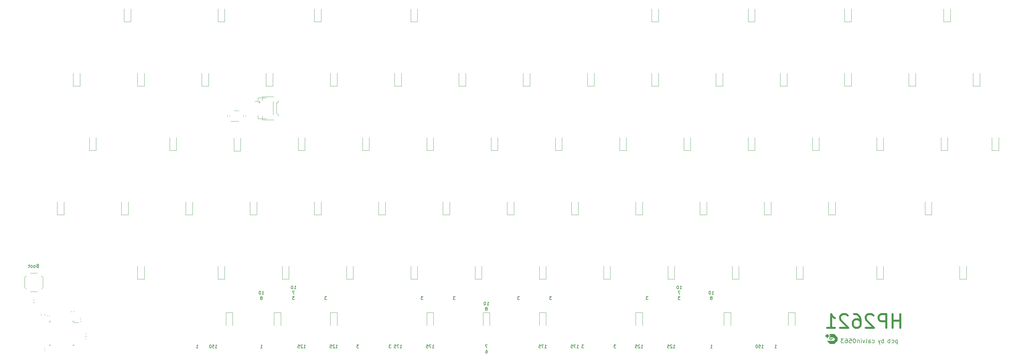
<source format=gbr>
%TF.GenerationSoftware,KiCad,Pcbnew,(7.0.0)*%
%TF.CreationDate,2024-01-29T21:47:07+01:00*%
%TF.ProjectId,HP2621,48503236-3231-42e6-9b69-6361645f7063,rev?*%
%TF.SameCoordinates,Original*%
%TF.FileFunction,Legend,Bot*%
%TF.FilePolarity,Positive*%
%FSLAX46Y46*%
G04 Gerber Fmt 4.6, Leading zero omitted, Abs format (unit mm)*
G04 Created by KiCad (PCBNEW (7.0.0)) date 2024-01-29 21:47:07*
%MOMM*%
%LPD*%
G01*
G04 APERTURE LIST*
%ADD10C,0.150000*%
%ADD11C,0.600000*%
%ADD12C,0.120000*%
G04 APERTURE END LIST*
D10*
X159843749Y-108968142D02*
X159286606Y-108968142D01*
X159286606Y-108968142D02*
X159586606Y-109311000D01*
X159586606Y-109311000D02*
X159458035Y-109311000D01*
X159458035Y-109311000D02*
X159372321Y-109353857D01*
X159372321Y-109353857D02*
X159329463Y-109396714D01*
X159329463Y-109396714D02*
X159286606Y-109482428D01*
X159286606Y-109482428D02*
X159286606Y-109696714D01*
X159286606Y-109696714D02*
X159329463Y-109782428D01*
X159329463Y-109782428D02*
X159372321Y-109825285D01*
X159372321Y-109825285D02*
X159458035Y-109868142D01*
X159458035Y-109868142D02*
X159715178Y-109868142D01*
X159715178Y-109868142D02*
X159800892Y-109825285D01*
X159800892Y-109825285D02*
X159843749Y-109782428D01*
X124424999Y-124155642D02*
X124939285Y-124155642D01*
X124682142Y-124155642D02*
X124682142Y-123255642D01*
X124682142Y-123255642D02*
X124767856Y-123384214D01*
X124767856Y-123384214D02*
X124853571Y-123469928D01*
X124853571Y-123469928D02*
X124939285Y-123512785D01*
X124124999Y-123255642D02*
X123524999Y-123255642D01*
X123524999Y-123255642D02*
X123910713Y-124155642D01*
X122753570Y-123255642D02*
X123182142Y-123255642D01*
X123182142Y-123255642D02*
X123224999Y-123684214D01*
X123224999Y-123684214D02*
X123182142Y-123641357D01*
X123182142Y-123641357D02*
X123096428Y-123598500D01*
X123096428Y-123598500D02*
X122882142Y-123598500D01*
X122882142Y-123598500D02*
X122796428Y-123641357D01*
X122796428Y-123641357D02*
X122753570Y-123684214D01*
X122753570Y-123684214D02*
X122710713Y-123769928D01*
X122710713Y-123769928D02*
X122710713Y-123984214D01*
X122710713Y-123984214D02*
X122753570Y-124069928D01*
X122753570Y-124069928D02*
X122796428Y-124112785D01*
X122796428Y-124112785D02*
X122882142Y-124155642D01*
X122882142Y-124155642D02*
X123096428Y-124155642D01*
X123096428Y-124155642D02*
X123182142Y-124112785D01*
X123182142Y-124112785D02*
X123224999Y-124069928D01*
X235486606Y-124155642D02*
X236000892Y-124155642D01*
X235743749Y-124155642D02*
X235743749Y-123255642D01*
X235743749Y-123255642D02*
X235829463Y-123384214D01*
X235829463Y-123384214D02*
X235915178Y-123469928D01*
X235915178Y-123469928D02*
X236000892Y-123512785D01*
X271834522Y-121863392D02*
X271834522Y-123113392D01*
X271834522Y-121922916D02*
X271715475Y-121863392D01*
X271715475Y-121863392D02*
X271477380Y-121863392D01*
X271477380Y-121863392D02*
X271358332Y-121922916D01*
X271358332Y-121922916D02*
X271298808Y-121982440D01*
X271298808Y-121982440D02*
X271239284Y-122101488D01*
X271239284Y-122101488D02*
X271239284Y-122458630D01*
X271239284Y-122458630D02*
X271298808Y-122577678D01*
X271298808Y-122577678D02*
X271358332Y-122637202D01*
X271358332Y-122637202D02*
X271477380Y-122696726D01*
X271477380Y-122696726D02*
X271715475Y-122696726D01*
X271715475Y-122696726D02*
X271834522Y-122637202D01*
X270167856Y-122637202D02*
X270286904Y-122696726D01*
X270286904Y-122696726D02*
X270524999Y-122696726D01*
X270524999Y-122696726D02*
X270644047Y-122637202D01*
X270644047Y-122637202D02*
X270703570Y-122577678D01*
X270703570Y-122577678D02*
X270763094Y-122458630D01*
X270763094Y-122458630D02*
X270763094Y-122101488D01*
X270763094Y-122101488D02*
X270703570Y-121982440D01*
X270703570Y-121982440D02*
X270644047Y-121922916D01*
X270644047Y-121922916D02*
X270524999Y-121863392D01*
X270524999Y-121863392D02*
X270286904Y-121863392D01*
X270286904Y-121863392D02*
X270167856Y-121922916D01*
X269632141Y-122696726D02*
X269632141Y-121446726D01*
X269632141Y-121922916D02*
X269513094Y-121863392D01*
X269513094Y-121863392D02*
X269274999Y-121863392D01*
X269274999Y-121863392D02*
X269155951Y-121922916D01*
X269155951Y-121922916D02*
X269096427Y-121982440D01*
X269096427Y-121982440D02*
X269036903Y-122101488D01*
X269036903Y-122101488D02*
X269036903Y-122458630D01*
X269036903Y-122458630D02*
X269096427Y-122577678D01*
X269096427Y-122577678D02*
X269155951Y-122637202D01*
X269155951Y-122637202D02*
X269274999Y-122696726D01*
X269274999Y-122696726D02*
X269513094Y-122696726D01*
X269513094Y-122696726D02*
X269632141Y-122637202D01*
X267751189Y-122696726D02*
X267751189Y-121446726D01*
X267751189Y-121922916D02*
X267632142Y-121863392D01*
X267632142Y-121863392D02*
X267394047Y-121863392D01*
X267394047Y-121863392D02*
X267274999Y-121922916D01*
X267274999Y-121922916D02*
X267215475Y-121982440D01*
X267215475Y-121982440D02*
X267155951Y-122101488D01*
X267155951Y-122101488D02*
X267155951Y-122458630D01*
X267155951Y-122458630D02*
X267215475Y-122577678D01*
X267215475Y-122577678D02*
X267274999Y-122637202D01*
X267274999Y-122637202D02*
X267394047Y-122696726D01*
X267394047Y-122696726D02*
X267632142Y-122696726D01*
X267632142Y-122696726D02*
X267751189Y-122637202D01*
X266739285Y-121863392D02*
X266441666Y-122696726D01*
X266144047Y-121863392D02*
X266441666Y-122696726D01*
X266441666Y-122696726D02*
X266560714Y-122994345D01*
X266560714Y-122994345D02*
X266620237Y-123053869D01*
X266620237Y-123053869D02*
X266739285Y-123113392D01*
X264382142Y-122637202D02*
X264501190Y-122696726D01*
X264501190Y-122696726D02*
X264739285Y-122696726D01*
X264739285Y-122696726D02*
X264858333Y-122637202D01*
X264858333Y-122637202D02*
X264917856Y-122577678D01*
X264917856Y-122577678D02*
X264977380Y-122458630D01*
X264977380Y-122458630D02*
X264977380Y-122101488D01*
X264977380Y-122101488D02*
X264917856Y-121982440D01*
X264917856Y-121982440D02*
X264858333Y-121922916D01*
X264858333Y-121922916D02*
X264739285Y-121863392D01*
X264739285Y-121863392D02*
X264501190Y-121863392D01*
X264501190Y-121863392D02*
X264382142Y-121922916D01*
X263310713Y-122696726D02*
X263310713Y-122041964D01*
X263310713Y-122041964D02*
X263370237Y-121922916D01*
X263370237Y-121922916D02*
X263489285Y-121863392D01*
X263489285Y-121863392D02*
X263727380Y-121863392D01*
X263727380Y-121863392D02*
X263846427Y-121922916D01*
X263310713Y-122637202D02*
X263429761Y-122696726D01*
X263429761Y-122696726D02*
X263727380Y-122696726D01*
X263727380Y-122696726D02*
X263846427Y-122637202D01*
X263846427Y-122637202D02*
X263905951Y-122518154D01*
X263905951Y-122518154D02*
X263905951Y-122399107D01*
X263905951Y-122399107D02*
X263846427Y-122280059D01*
X263846427Y-122280059D02*
X263727380Y-122220535D01*
X263727380Y-122220535D02*
X263429761Y-122220535D01*
X263429761Y-122220535D02*
X263310713Y-122161011D01*
X262536904Y-122696726D02*
X262655952Y-122637202D01*
X262655952Y-122637202D02*
X262715475Y-122518154D01*
X262715475Y-122518154D02*
X262715475Y-121446726D01*
X262179761Y-121863392D02*
X261882142Y-122696726D01*
X261882142Y-122696726D02*
X261584523Y-121863392D01*
X261108332Y-122696726D02*
X261108332Y-121863392D01*
X261108332Y-121446726D02*
X261167856Y-121506250D01*
X261167856Y-121506250D02*
X261108332Y-121565773D01*
X261108332Y-121565773D02*
X261048809Y-121506250D01*
X261048809Y-121506250D02*
X261108332Y-121446726D01*
X261108332Y-121446726D02*
X261108332Y-121565773D01*
X260513094Y-121863392D02*
X260513094Y-122696726D01*
X260513094Y-121982440D02*
X260453571Y-121922916D01*
X260453571Y-121922916D02*
X260334523Y-121863392D01*
X260334523Y-121863392D02*
X260155952Y-121863392D01*
X260155952Y-121863392D02*
X260036904Y-121922916D01*
X260036904Y-121922916D02*
X259977380Y-122041964D01*
X259977380Y-122041964D02*
X259977380Y-122696726D01*
X259144047Y-121446726D02*
X259025000Y-121446726D01*
X259025000Y-121446726D02*
X258905952Y-121506250D01*
X258905952Y-121506250D02*
X258846428Y-121565773D01*
X258846428Y-121565773D02*
X258786904Y-121684821D01*
X258786904Y-121684821D02*
X258727381Y-121922916D01*
X258727381Y-121922916D02*
X258727381Y-122220535D01*
X258727381Y-122220535D02*
X258786904Y-122458630D01*
X258786904Y-122458630D02*
X258846428Y-122577678D01*
X258846428Y-122577678D02*
X258905952Y-122637202D01*
X258905952Y-122637202D02*
X259025000Y-122696726D01*
X259025000Y-122696726D02*
X259144047Y-122696726D01*
X259144047Y-122696726D02*
X259263095Y-122637202D01*
X259263095Y-122637202D02*
X259322619Y-122577678D01*
X259322619Y-122577678D02*
X259382142Y-122458630D01*
X259382142Y-122458630D02*
X259441666Y-122220535D01*
X259441666Y-122220535D02*
X259441666Y-121922916D01*
X259441666Y-121922916D02*
X259382142Y-121684821D01*
X259382142Y-121684821D02*
X259322619Y-121565773D01*
X259322619Y-121565773D02*
X259263095Y-121506250D01*
X259263095Y-121506250D02*
X259144047Y-121446726D01*
X257596428Y-121446726D02*
X258191666Y-121446726D01*
X258191666Y-121446726D02*
X258251190Y-122041964D01*
X258251190Y-122041964D02*
X258191666Y-121982440D01*
X258191666Y-121982440D02*
X258072619Y-121922916D01*
X258072619Y-121922916D02*
X257775000Y-121922916D01*
X257775000Y-121922916D02*
X257655952Y-121982440D01*
X257655952Y-121982440D02*
X257596428Y-122041964D01*
X257596428Y-122041964D02*
X257536905Y-122161011D01*
X257536905Y-122161011D02*
X257536905Y-122458630D01*
X257536905Y-122458630D02*
X257596428Y-122577678D01*
X257596428Y-122577678D02*
X257655952Y-122637202D01*
X257655952Y-122637202D02*
X257775000Y-122696726D01*
X257775000Y-122696726D02*
X258072619Y-122696726D01*
X258072619Y-122696726D02*
X258191666Y-122637202D01*
X258191666Y-122637202D02*
X258251190Y-122577678D01*
X256465476Y-121446726D02*
X256703571Y-121446726D01*
X256703571Y-121446726D02*
X256822619Y-121506250D01*
X256822619Y-121506250D02*
X256882143Y-121565773D01*
X256882143Y-121565773D02*
X257001190Y-121744345D01*
X257001190Y-121744345D02*
X257060714Y-121982440D01*
X257060714Y-121982440D02*
X257060714Y-122458630D01*
X257060714Y-122458630D02*
X257001190Y-122577678D01*
X257001190Y-122577678D02*
X256941667Y-122637202D01*
X256941667Y-122637202D02*
X256822619Y-122696726D01*
X256822619Y-122696726D02*
X256584524Y-122696726D01*
X256584524Y-122696726D02*
X256465476Y-122637202D01*
X256465476Y-122637202D02*
X256405952Y-122577678D01*
X256405952Y-122577678D02*
X256346429Y-122458630D01*
X256346429Y-122458630D02*
X256346429Y-122161011D01*
X256346429Y-122161011D02*
X256405952Y-122041964D01*
X256405952Y-122041964D02*
X256465476Y-121982440D01*
X256465476Y-121982440D02*
X256584524Y-121922916D01*
X256584524Y-121922916D02*
X256822619Y-121922916D01*
X256822619Y-121922916D02*
X256941667Y-121982440D01*
X256941667Y-121982440D02*
X257001190Y-122041964D01*
X257001190Y-122041964D02*
X257060714Y-122161011D01*
X255929762Y-121446726D02*
X255155953Y-121446726D01*
X255155953Y-121446726D02*
X255572619Y-121922916D01*
X255572619Y-121922916D02*
X255394048Y-121922916D01*
X255394048Y-121922916D02*
X255275000Y-121982440D01*
X255275000Y-121982440D02*
X255215476Y-122041964D01*
X255215476Y-122041964D02*
X255155953Y-122161011D01*
X255155953Y-122161011D02*
X255155953Y-122458630D01*
X255155953Y-122458630D02*
X255215476Y-122577678D01*
X255215476Y-122577678D02*
X255275000Y-122637202D01*
X255275000Y-122637202D02*
X255394048Y-122696726D01*
X255394048Y-122696726D02*
X255751191Y-122696726D01*
X255751191Y-122696726D02*
X255870238Y-122637202D01*
X255870238Y-122637202D02*
X255929762Y-122577678D01*
X149863862Y-124816847D02*
X150035290Y-124816847D01*
X150035290Y-124816847D02*
X150121004Y-124859705D01*
X150121004Y-124859705D02*
X150163862Y-124902562D01*
X150163862Y-124902562D02*
X150249576Y-125031133D01*
X150249576Y-125031133D02*
X150292433Y-125202562D01*
X150292433Y-125202562D02*
X150292433Y-125545419D01*
X150292433Y-125545419D02*
X150249576Y-125631133D01*
X150249576Y-125631133D02*
X150206719Y-125673990D01*
X150206719Y-125673990D02*
X150121004Y-125716847D01*
X150121004Y-125716847D02*
X149949576Y-125716847D01*
X149949576Y-125716847D02*
X149863862Y-125673990D01*
X149863862Y-125673990D02*
X149821004Y-125631133D01*
X149821004Y-125631133D02*
X149778147Y-125545419D01*
X149778147Y-125545419D02*
X149778147Y-125331133D01*
X149778147Y-125331133D02*
X149821004Y-125245419D01*
X149821004Y-125245419D02*
X149863862Y-125202562D01*
X149863862Y-125202562D02*
X149949576Y-125159705D01*
X149949576Y-125159705D02*
X150121004Y-125159705D01*
X150121004Y-125159705D02*
X150206719Y-125202562D01*
X150206719Y-125202562D02*
X150249576Y-125245419D01*
X150249576Y-125245419D02*
X150292433Y-125331133D01*
X216436606Y-124155642D02*
X216950892Y-124155642D01*
X216693749Y-124155642D02*
X216693749Y-123255642D01*
X216693749Y-123255642D02*
X216779463Y-123384214D01*
X216779463Y-123384214D02*
X216865178Y-123469928D01*
X216865178Y-123469928D02*
X216950892Y-123512785D01*
X105374999Y-124155642D02*
X105889285Y-124155642D01*
X105632142Y-124155642D02*
X105632142Y-123255642D01*
X105632142Y-123255642D02*
X105717856Y-123384214D01*
X105717856Y-123384214D02*
X105803571Y-123469928D01*
X105803571Y-123469928D02*
X105889285Y-123512785D01*
X105032142Y-123341357D02*
X104989285Y-123298500D01*
X104989285Y-123298500D02*
X104903571Y-123255642D01*
X104903571Y-123255642D02*
X104689285Y-123255642D01*
X104689285Y-123255642D02*
X104603571Y-123298500D01*
X104603571Y-123298500D02*
X104560713Y-123341357D01*
X104560713Y-123341357D02*
X104517856Y-123427071D01*
X104517856Y-123427071D02*
X104517856Y-123512785D01*
X104517856Y-123512785D02*
X104560713Y-123641357D01*
X104560713Y-123641357D02*
X105074999Y-124155642D01*
X105074999Y-124155642D02*
X104517856Y-124155642D01*
X103703570Y-123255642D02*
X104132142Y-123255642D01*
X104132142Y-123255642D02*
X104174999Y-123684214D01*
X104174999Y-123684214D02*
X104132142Y-123641357D01*
X104132142Y-123641357D02*
X104046428Y-123598500D01*
X104046428Y-123598500D02*
X103832142Y-123598500D01*
X103832142Y-123598500D02*
X103746428Y-123641357D01*
X103746428Y-123641357D02*
X103703570Y-123684214D01*
X103703570Y-123684214D02*
X103660713Y-123769928D01*
X103660713Y-123769928D02*
X103660713Y-123984214D01*
X103660713Y-123984214D02*
X103703570Y-124069928D01*
X103703570Y-124069928D02*
X103746428Y-124112785D01*
X103746428Y-124112785D02*
X103832142Y-124155642D01*
X103832142Y-124155642D02*
X104046428Y-124155642D01*
X104046428Y-124155642D02*
X104132142Y-124112785D01*
X104132142Y-124112785D02*
X104174999Y-124069928D01*
X150318749Y-123255642D02*
X149718749Y-123255642D01*
X149718749Y-123255642D02*
X150104463Y-124155642D01*
X167287499Y-124155642D02*
X167801785Y-124155642D01*
X167544642Y-124155642D02*
X167544642Y-123255642D01*
X167544642Y-123255642D02*
X167630356Y-123384214D01*
X167630356Y-123384214D02*
X167716071Y-123469928D01*
X167716071Y-123469928D02*
X167801785Y-123512785D01*
X166987499Y-123255642D02*
X166387499Y-123255642D01*
X166387499Y-123255642D02*
X166773213Y-124155642D01*
X165616070Y-123255642D02*
X166044642Y-123255642D01*
X166044642Y-123255642D02*
X166087499Y-123684214D01*
X166087499Y-123684214D02*
X166044642Y-123641357D01*
X166044642Y-123641357D02*
X165958928Y-123598500D01*
X165958928Y-123598500D02*
X165744642Y-123598500D01*
X165744642Y-123598500D02*
X165658928Y-123641357D01*
X165658928Y-123641357D02*
X165616070Y-123684214D01*
X165616070Y-123684214D02*
X165573213Y-123769928D01*
X165573213Y-123769928D02*
X165573213Y-123984214D01*
X165573213Y-123984214D02*
X165616070Y-124069928D01*
X165616070Y-124069928D02*
X165658928Y-124112785D01*
X165658928Y-124112785D02*
X165744642Y-124155642D01*
X165744642Y-124155642D02*
X165958928Y-124155642D01*
X165958928Y-124155642D02*
X166044642Y-124112785D01*
X166044642Y-124112785D02*
X166087499Y-124069928D01*
X169368749Y-108968142D02*
X168811606Y-108968142D01*
X168811606Y-108968142D02*
X169111606Y-109311000D01*
X169111606Y-109311000D02*
X168983035Y-109311000D01*
X168983035Y-109311000D02*
X168897321Y-109353857D01*
X168897321Y-109353857D02*
X168854463Y-109396714D01*
X168854463Y-109396714D02*
X168811606Y-109482428D01*
X168811606Y-109482428D02*
X168811606Y-109696714D01*
X168811606Y-109696714D02*
X168854463Y-109782428D01*
X168854463Y-109782428D02*
X168897321Y-109825285D01*
X168897321Y-109825285D02*
X168983035Y-109868142D01*
X168983035Y-109868142D02*
X169240178Y-109868142D01*
X169240178Y-109868142D02*
X169325892Y-109825285D01*
X169325892Y-109825285D02*
X169368749Y-109782428D01*
X150190178Y-111455642D02*
X150704464Y-111455642D01*
X150447321Y-111455642D02*
X150447321Y-110555642D01*
X150447321Y-110555642D02*
X150533035Y-110684214D01*
X150533035Y-110684214D02*
X150618750Y-110769928D01*
X150618750Y-110769928D02*
X150704464Y-110812785D01*
X149633035Y-110555642D02*
X149547321Y-110555642D01*
X149547321Y-110555642D02*
X149461607Y-110598500D01*
X149461607Y-110598500D02*
X149418750Y-110641357D01*
X149418750Y-110641357D02*
X149375892Y-110727071D01*
X149375892Y-110727071D02*
X149333035Y-110898500D01*
X149333035Y-110898500D02*
X149333035Y-111112785D01*
X149333035Y-111112785D02*
X149375892Y-111284214D01*
X149375892Y-111284214D02*
X149418750Y-111369928D01*
X149418750Y-111369928D02*
X149461607Y-111412785D01*
X149461607Y-111412785D02*
X149547321Y-111455642D01*
X149547321Y-111455642D02*
X149633035Y-111455642D01*
X149633035Y-111455642D02*
X149718750Y-111412785D01*
X149718750Y-111412785D02*
X149761607Y-111369928D01*
X149761607Y-111369928D02*
X149804464Y-111284214D01*
X149804464Y-111284214D02*
X149847321Y-111112785D01*
X149847321Y-111112785D02*
X149847321Y-110898500D01*
X149847321Y-110898500D02*
X149804464Y-110727071D01*
X149804464Y-110727071D02*
X149761607Y-110641357D01*
X149761607Y-110641357D02*
X149718750Y-110598500D01*
X149718750Y-110598500D02*
X149633035Y-110555642D01*
X216779463Y-109353857D02*
X216865178Y-109311000D01*
X216865178Y-109311000D02*
X216908035Y-109268142D01*
X216908035Y-109268142D02*
X216950892Y-109182428D01*
X216950892Y-109182428D02*
X216950892Y-109139571D01*
X216950892Y-109139571D02*
X216908035Y-109053857D01*
X216908035Y-109053857D02*
X216865178Y-109011000D01*
X216865178Y-109011000D02*
X216779463Y-108968142D01*
X216779463Y-108968142D02*
X216608035Y-108968142D01*
X216608035Y-108968142D02*
X216522321Y-109011000D01*
X216522321Y-109011000D02*
X216479463Y-109053857D01*
X216479463Y-109053857D02*
X216436606Y-109139571D01*
X216436606Y-109139571D02*
X216436606Y-109182428D01*
X216436606Y-109182428D02*
X216479463Y-109268142D01*
X216479463Y-109268142D02*
X216522321Y-109311000D01*
X216522321Y-109311000D02*
X216608035Y-109353857D01*
X216608035Y-109353857D02*
X216779463Y-109353857D01*
X216779463Y-109353857D02*
X216865178Y-109396714D01*
X216865178Y-109396714D02*
X216908035Y-109439571D01*
X216908035Y-109439571D02*
X216950892Y-109525285D01*
X216950892Y-109525285D02*
X216950892Y-109696714D01*
X216950892Y-109696714D02*
X216908035Y-109782428D01*
X216908035Y-109782428D02*
X216865178Y-109825285D01*
X216865178Y-109825285D02*
X216779463Y-109868142D01*
X216779463Y-109868142D02*
X216608035Y-109868142D01*
X216608035Y-109868142D02*
X216522321Y-109825285D01*
X216522321Y-109825285D02*
X216479463Y-109782428D01*
X216479463Y-109782428D02*
X216436606Y-109696714D01*
X216436606Y-109696714D02*
X216436606Y-109525285D01*
X216436606Y-109525285D02*
X216479463Y-109439571D01*
X216479463Y-109439571D02*
X216522321Y-109396714D01*
X216522321Y-109396714D02*
X216608035Y-109353857D01*
X112218749Y-123255642D02*
X111661606Y-123255642D01*
X111661606Y-123255642D02*
X111961606Y-123598500D01*
X111961606Y-123598500D02*
X111833035Y-123598500D01*
X111833035Y-123598500D02*
X111747321Y-123641357D01*
X111747321Y-123641357D02*
X111704463Y-123684214D01*
X111704463Y-123684214D02*
X111661606Y-123769928D01*
X111661606Y-123769928D02*
X111661606Y-123984214D01*
X111661606Y-123984214D02*
X111704463Y-124069928D01*
X111704463Y-124069928D02*
X111747321Y-124112785D01*
X111747321Y-124112785D02*
X111833035Y-124155642D01*
X111833035Y-124155642D02*
X112090178Y-124155642D01*
X112090178Y-124155642D02*
X112175892Y-124112785D01*
X112175892Y-124112785D02*
X112218749Y-124069928D01*
X140793749Y-108968142D02*
X140236606Y-108968142D01*
X140236606Y-108968142D02*
X140536606Y-109311000D01*
X140536606Y-109311000D02*
X140408035Y-109311000D01*
X140408035Y-109311000D02*
X140322321Y-109353857D01*
X140322321Y-109353857D02*
X140279463Y-109396714D01*
X140279463Y-109396714D02*
X140236606Y-109482428D01*
X140236606Y-109482428D02*
X140236606Y-109696714D01*
X140236606Y-109696714D02*
X140279463Y-109782428D01*
X140279463Y-109782428D02*
X140322321Y-109825285D01*
X140322321Y-109825285D02*
X140408035Y-109868142D01*
X140408035Y-109868142D02*
X140665178Y-109868142D01*
X140665178Y-109868142D02*
X140750892Y-109825285D01*
X140750892Y-109825285D02*
X140793749Y-109782428D01*
X188418749Y-123255642D02*
X187861606Y-123255642D01*
X187861606Y-123255642D02*
X188161606Y-123598500D01*
X188161606Y-123598500D02*
X188033035Y-123598500D01*
X188033035Y-123598500D02*
X187947321Y-123641357D01*
X187947321Y-123641357D02*
X187904463Y-123684214D01*
X187904463Y-123684214D02*
X187861606Y-123769928D01*
X187861606Y-123769928D02*
X187861606Y-123984214D01*
X187861606Y-123984214D02*
X187904463Y-124069928D01*
X187904463Y-124069928D02*
X187947321Y-124112785D01*
X187947321Y-124112785D02*
X188033035Y-124155642D01*
X188033035Y-124155642D02*
X188290178Y-124155642D01*
X188290178Y-124155642D02*
X188375892Y-124112785D01*
X188375892Y-124112785D02*
X188418749Y-124069928D01*
X205387499Y-124155642D02*
X205901785Y-124155642D01*
X205644642Y-124155642D02*
X205644642Y-123255642D01*
X205644642Y-123255642D02*
X205730356Y-123384214D01*
X205730356Y-123384214D02*
X205816071Y-123469928D01*
X205816071Y-123469928D02*
X205901785Y-123512785D01*
X205044642Y-123341357D02*
X205001785Y-123298500D01*
X205001785Y-123298500D02*
X204916071Y-123255642D01*
X204916071Y-123255642D02*
X204701785Y-123255642D01*
X204701785Y-123255642D02*
X204616071Y-123298500D01*
X204616071Y-123298500D02*
X204573213Y-123341357D01*
X204573213Y-123341357D02*
X204530356Y-123427071D01*
X204530356Y-123427071D02*
X204530356Y-123512785D01*
X204530356Y-123512785D02*
X204573213Y-123641357D01*
X204573213Y-123641357D02*
X205087499Y-124155642D01*
X205087499Y-124155642D02*
X204530356Y-124155642D01*
X203716070Y-123255642D02*
X204144642Y-123255642D01*
X204144642Y-123255642D02*
X204187499Y-123684214D01*
X204187499Y-123684214D02*
X204144642Y-123641357D01*
X204144642Y-123641357D02*
X204058928Y-123598500D01*
X204058928Y-123598500D02*
X203844642Y-123598500D01*
X203844642Y-123598500D02*
X203758928Y-123641357D01*
X203758928Y-123641357D02*
X203716070Y-123684214D01*
X203716070Y-123684214D02*
X203673213Y-123769928D01*
X203673213Y-123769928D02*
X203673213Y-123984214D01*
X203673213Y-123984214D02*
X203716070Y-124069928D01*
X203716070Y-124069928D02*
X203758928Y-124112785D01*
X203758928Y-124112785D02*
X203844642Y-124155642D01*
X203844642Y-124155642D02*
X204058928Y-124155642D01*
X204058928Y-124155642D02*
X204144642Y-124112785D01*
X204144642Y-124112785D02*
X204187499Y-124069928D01*
D11*
X272699405Y-118150773D02*
X272699405Y-114150773D01*
X272699405Y-116055535D02*
X270413690Y-116055535D01*
X270413690Y-118150773D02*
X270413690Y-114150773D01*
X268508929Y-118150773D02*
X268508929Y-114150773D01*
X268508929Y-114150773D02*
X266985119Y-114150773D01*
X266985119Y-114150773D02*
X266604167Y-114341250D01*
X266604167Y-114341250D02*
X266413690Y-114531726D01*
X266413690Y-114531726D02*
X266223214Y-114912678D01*
X266223214Y-114912678D02*
X266223214Y-115484107D01*
X266223214Y-115484107D02*
X266413690Y-115865059D01*
X266413690Y-115865059D02*
X266604167Y-116055535D01*
X266604167Y-116055535D02*
X266985119Y-116246011D01*
X266985119Y-116246011D02*
X268508929Y-116246011D01*
X264699405Y-114531726D02*
X264508929Y-114341250D01*
X264508929Y-114341250D02*
X264127976Y-114150773D01*
X264127976Y-114150773D02*
X263175595Y-114150773D01*
X263175595Y-114150773D02*
X262794643Y-114341250D01*
X262794643Y-114341250D02*
X262604167Y-114531726D01*
X262604167Y-114531726D02*
X262413690Y-114912678D01*
X262413690Y-114912678D02*
X262413690Y-115293630D01*
X262413690Y-115293630D02*
X262604167Y-115865059D01*
X262604167Y-115865059D02*
X264889881Y-118150773D01*
X264889881Y-118150773D02*
X262413690Y-118150773D01*
X258985119Y-114150773D02*
X259747024Y-114150773D01*
X259747024Y-114150773D02*
X260127976Y-114341250D01*
X260127976Y-114341250D02*
X260318452Y-114531726D01*
X260318452Y-114531726D02*
X260699405Y-115103154D01*
X260699405Y-115103154D02*
X260889881Y-115865059D01*
X260889881Y-115865059D02*
X260889881Y-117388869D01*
X260889881Y-117388869D02*
X260699405Y-117769821D01*
X260699405Y-117769821D02*
X260508928Y-117960297D01*
X260508928Y-117960297D02*
X260127976Y-118150773D01*
X260127976Y-118150773D02*
X259366071Y-118150773D01*
X259366071Y-118150773D02*
X258985119Y-117960297D01*
X258985119Y-117960297D02*
X258794643Y-117769821D01*
X258794643Y-117769821D02*
X258604166Y-117388869D01*
X258604166Y-117388869D02*
X258604166Y-116436488D01*
X258604166Y-116436488D02*
X258794643Y-116055535D01*
X258794643Y-116055535D02*
X258985119Y-115865059D01*
X258985119Y-115865059D02*
X259366071Y-115674583D01*
X259366071Y-115674583D02*
X260127976Y-115674583D01*
X260127976Y-115674583D02*
X260508928Y-115865059D01*
X260508928Y-115865059D02*
X260699405Y-116055535D01*
X260699405Y-116055535D02*
X260889881Y-116436488D01*
X257080357Y-114531726D02*
X256889881Y-114341250D01*
X256889881Y-114341250D02*
X256508928Y-114150773D01*
X256508928Y-114150773D02*
X255556547Y-114150773D01*
X255556547Y-114150773D02*
X255175595Y-114341250D01*
X255175595Y-114341250D02*
X254985119Y-114531726D01*
X254985119Y-114531726D02*
X254794642Y-114912678D01*
X254794642Y-114912678D02*
X254794642Y-115293630D01*
X254794642Y-115293630D02*
X254985119Y-115865059D01*
X254985119Y-115865059D02*
X257270833Y-118150773D01*
X257270833Y-118150773D02*
X254794642Y-118150773D01*
X250985118Y-118150773D02*
X253270833Y-118150773D01*
X252127976Y-118150773D02*
X252127976Y-114150773D01*
X252127976Y-114150773D02*
X252508928Y-114722202D01*
X252508928Y-114722202D02*
X252889880Y-115103154D01*
X252889880Y-115103154D02*
X253270833Y-115293630D01*
D10*
X83086606Y-124155642D02*
X83600892Y-124155642D01*
X83343749Y-124155642D02*
X83343749Y-123255642D01*
X83343749Y-123255642D02*
X83429463Y-123384214D01*
X83429463Y-123384214D02*
X83515178Y-123469928D01*
X83515178Y-123469928D02*
X83600892Y-123512785D01*
X150104463Y-112528857D02*
X150190178Y-112486000D01*
X150190178Y-112486000D02*
X150233035Y-112443142D01*
X150233035Y-112443142D02*
X150275892Y-112357428D01*
X150275892Y-112357428D02*
X150275892Y-112314571D01*
X150275892Y-112314571D02*
X150233035Y-112228857D01*
X150233035Y-112228857D02*
X150190178Y-112186000D01*
X150190178Y-112186000D02*
X150104463Y-112143142D01*
X150104463Y-112143142D02*
X149933035Y-112143142D01*
X149933035Y-112143142D02*
X149847321Y-112186000D01*
X149847321Y-112186000D02*
X149804463Y-112228857D01*
X149804463Y-112228857D02*
X149761606Y-112314571D01*
X149761606Y-112314571D02*
X149761606Y-112357428D01*
X149761606Y-112357428D02*
X149804463Y-112443142D01*
X149804463Y-112443142D02*
X149847321Y-112486000D01*
X149847321Y-112486000D02*
X149933035Y-112528857D01*
X149933035Y-112528857D02*
X150104463Y-112528857D01*
X150104463Y-112528857D02*
X150190178Y-112571714D01*
X150190178Y-112571714D02*
X150233035Y-112614571D01*
X150233035Y-112614571D02*
X150275892Y-112700285D01*
X150275892Y-112700285D02*
X150275892Y-112871714D01*
X150275892Y-112871714D02*
X150233035Y-112957428D01*
X150233035Y-112957428D02*
X150190178Y-113000285D01*
X150190178Y-113000285D02*
X150104463Y-113043142D01*
X150104463Y-113043142D02*
X149933035Y-113043142D01*
X149933035Y-113043142D02*
X149847321Y-113000285D01*
X149847321Y-113000285D02*
X149804463Y-112957428D01*
X149804463Y-112957428D02*
X149761606Y-112871714D01*
X149761606Y-112871714D02*
X149761606Y-112700285D01*
X149761606Y-112700285D02*
X149804463Y-112614571D01*
X149804463Y-112614571D02*
X149847321Y-112571714D01*
X149847321Y-112571714D02*
X149933035Y-112528857D01*
X207468749Y-108968142D02*
X206911606Y-108968142D01*
X206911606Y-108968142D02*
X207211606Y-109311000D01*
X207211606Y-109311000D02*
X207083035Y-109311000D01*
X207083035Y-109311000D02*
X206997321Y-109353857D01*
X206997321Y-109353857D02*
X206954463Y-109396714D01*
X206954463Y-109396714D02*
X206911606Y-109482428D01*
X206911606Y-109482428D02*
X206911606Y-109696714D01*
X206911606Y-109696714D02*
X206954463Y-109782428D01*
X206954463Y-109782428D02*
X206997321Y-109825285D01*
X206997321Y-109825285D02*
X207083035Y-109868142D01*
X207083035Y-109868142D02*
X207340178Y-109868142D01*
X207340178Y-109868142D02*
X207425892Y-109825285D01*
X207425892Y-109825285D02*
X207468749Y-109782428D01*
X121743749Y-123255642D02*
X121186606Y-123255642D01*
X121186606Y-123255642D02*
X121486606Y-123598500D01*
X121486606Y-123598500D02*
X121358035Y-123598500D01*
X121358035Y-123598500D02*
X121272321Y-123641357D01*
X121272321Y-123641357D02*
X121229463Y-123684214D01*
X121229463Y-123684214D02*
X121186606Y-123769928D01*
X121186606Y-123769928D02*
X121186606Y-123984214D01*
X121186606Y-123984214D02*
X121229463Y-124069928D01*
X121229463Y-124069928D02*
X121272321Y-124112785D01*
X121272321Y-124112785D02*
X121358035Y-124155642D01*
X121358035Y-124155642D02*
X121615178Y-124155642D01*
X121615178Y-124155642D02*
X121700892Y-124112785D01*
X121700892Y-124112785D02*
X121743749Y-124069928D01*
X83515178Y-108280642D02*
X84029464Y-108280642D01*
X83772321Y-108280642D02*
X83772321Y-107380642D01*
X83772321Y-107380642D02*
X83858035Y-107509214D01*
X83858035Y-107509214D02*
X83943750Y-107594928D01*
X83943750Y-107594928D02*
X84029464Y-107637785D01*
X82958035Y-107380642D02*
X82872321Y-107380642D01*
X82872321Y-107380642D02*
X82786607Y-107423500D01*
X82786607Y-107423500D02*
X82743750Y-107466357D01*
X82743750Y-107466357D02*
X82700892Y-107552071D01*
X82700892Y-107552071D02*
X82658035Y-107723500D01*
X82658035Y-107723500D02*
X82658035Y-107937785D01*
X82658035Y-107937785D02*
X82700892Y-108109214D01*
X82700892Y-108109214D02*
X82743750Y-108194928D01*
X82743750Y-108194928D02*
X82786607Y-108237785D01*
X82786607Y-108237785D02*
X82872321Y-108280642D01*
X82872321Y-108280642D02*
X82958035Y-108280642D01*
X82958035Y-108280642D02*
X83043750Y-108237785D01*
X83043750Y-108237785D02*
X83086607Y-108194928D01*
X83086607Y-108194928D02*
X83129464Y-108109214D01*
X83129464Y-108109214D02*
X83172321Y-107937785D01*
X83172321Y-107937785D02*
X83172321Y-107723500D01*
X83172321Y-107723500D02*
X83129464Y-107552071D01*
X83129464Y-107552071D02*
X83086607Y-107466357D01*
X83086607Y-107466357D02*
X83043750Y-107423500D01*
X83043750Y-107423500D02*
X82958035Y-107380642D01*
X93168749Y-107380642D02*
X92568749Y-107380642D01*
X92568749Y-107380642D02*
X92954463Y-108280642D01*
X176812499Y-124155642D02*
X177326785Y-124155642D01*
X177069642Y-124155642D02*
X177069642Y-123255642D01*
X177069642Y-123255642D02*
X177155356Y-123384214D01*
X177155356Y-123384214D02*
X177241071Y-123469928D01*
X177241071Y-123469928D02*
X177326785Y-123512785D01*
X176512499Y-123255642D02*
X175912499Y-123255642D01*
X175912499Y-123255642D02*
X176298213Y-124155642D01*
X175141070Y-123255642D02*
X175569642Y-123255642D01*
X175569642Y-123255642D02*
X175612499Y-123684214D01*
X175612499Y-123684214D02*
X175569642Y-123641357D01*
X175569642Y-123641357D02*
X175483928Y-123598500D01*
X175483928Y-123598500D02*
X175269642Y-123598500D01*
X175269642Y-123598500D02*
X175183928Y-123641357D01*
X175183928Y-123641357D02*
X175141070Y-123684214D01*
X175141070Y-123684214D02*
X175098213Y-123769928D01*
X175098213Y-123769928D02*
X175098213Y-123984214D01*
X175098213Y-123984214D02*
X175141070Y-124069928D01*
X175141070Y-124069928D02*
X175183928Y-124112785D01*
X175183928Y-124112785D02*
X175269642Y-124155642D01*
X175269642Y-124155642D02*
X175483928Y-124155642D01*
X175483928Y-124155642D02*
X175569642Y-124112785D01*
X175569642Y-124112785D02*
X175612499Y-124069928D01*
X178893749Y-123255642D02*
X178336606Y-123255642D01*
X178336606Y-123255642D02*
X178636606Y-123598500D01*
X178636606Y-123598500D02*
X178508035Y-123598500D01*
X178508035Y-123598500D02*
X178422321Y-123641357D01*
X178422321Y-123641357D02*
X178379463Y-123684214D01*
X178379463Y-123684214D02*
X178336606Y-123769928D01*
X178336606Y-123769928D02*
X178336606Y-123984214D01*
X178336606Y-123984214D02*
X178379463Y-124069928D01*
X178379463Y-124069928D02*
X178422321Y-124112785D01*
X178422321Y-124112785D02*
X178508035Y-124155642D01*
X178508035Y-124155642D02*
X178765178Y-124155642D01*
X178765178Y-124155642D02*
X178850892Y-124112785D01*
X178850892Y-124112785D02*
X178893749Y-124069928D01*
X131268749Y-108968142D02*
X130711606Y-108968142D01*
X130711606Y-108968142D02*
X131011606Y-109311000D01*
X131011606Y-109311000D02*
X130883035Y-109311000D01*
X130883035Y-109311000D02*
X130797321Y-109353857D01*
X130797321Y-109353857D02*
X130754463Y-109396714D01*
X130754463Y-109396714D02*
X130711606Y-109482428D01*
X130711606Y-109482428D02*
X130711606Y-109696714D01*
X130711606Y-109696714D02*
X130754463Y-109782428D01*
X130754463Y-109782428D02*
X130797321Y-109825285D01*
X130797321Y-109825285D02*
X130883035Y-109868142D01*
X130883035Y-109868142D02*
X131140178Y-109868142D01*
X131140178Y-109868142D02*
X131225892Y-109825285D01*
X131225892Y-109825285D02*
X131268749Y-109782428D01*
X216865178Y-108280642D02*
X217379464Y-108280642D01*
X217122321Y-108280642D02*
X217122321Y-107380642D01*
X217122321Y-107380642D02*
X217208035Y-107509214D01*
X217208035Y-107509214D02*
X217293750Y-107594928D01*
X217293750Y-107594928D02*
X217379464Y-107637785D01*
X216308035Y-107380642D02*
X216222321Y-107380642D01*
X216222321Y-107380642D02*
X216136607Y-107423500D01*
X216136607Y-107423500D02*
X216093750Y-107466357D01*
X216093750Y-107466357D02*
X216050892Y-107552071D01*
X216050892Y-107552071D02*
X216008035Y-107723500D01*
X216008035Y-107723500D02*
X216008035Y-107937785D01*
X216008035Y-107937785D02*
X216050892Y-108109214D01*
X216050892Y-108109214D02*
X216093750Y-108194928D01*
X216093750Y-108194928D02*
X216136607Y-108237785D01*
X216136607Y-108237785D02*
X216222321Y-108280642D01*
X216222321Y-108280642D02*
X216308035Y-108280642D01*
X216308035Y-108280642D02*
X216393750Y-108237785D01*
X216393750Y-108237785D02*
X216436607Y-108194928D01*
X216436607Y-108194928D02*
X216479464Y-108109214D01*
X216479464Y-108109214D02*
X216522321Y-107937785D01*
X216522321Y-107937785D02*
X216522321Y-107723500D01*
X216522321Y-107723500D02*
X216479464Y-107552071D01*
X216479464Y-107552071D02*
X216436607Y-107466357D01*
X216436607Y-107466357D02*
X216393750Y-107423500D01*
X216393750Y-107423500D02*
X216308035Y-107380642D01*
X102693749Y-108968142D02*
X102136606Y-108968142D01*
X102136606Y-108968142D02*
X102436606Y-109311000D01*
X102436606Y-109311000D02*
X102308035Y-109311000D01*
X102308035Y-109311000D02*
X102222321Y-109353857D01*
X102222321Y-109353857D02*
X102179463Y-109396714D01*
X102179463Y-109396714D02*
X102136606Y-109482428D01*
X102136606Y-109482428D02*
X102136606Y-109696714D01*
X102136606Y-109696714D02*
X102179463Y-109782428D01*
X102179463Y-109782428D02*
X102222321Y-109825285D01*
X102222321Y-109825285D02*
X102308035Y-109868142D01*
X102308035Y-109868142D02*
X102565178Y-109868142D01*
X102565178Y-109868142D02*
X102650892Y-109825285D01*
X102650892Y-109825285D02*
X102693749Y-109782428D01*
X93040178Y-106693142D02*
X93554464Y-106693142D01*
X93297321Y-106693142D02*
X93297321Y-105793142D01*
X93297321Y-105793142D02*
X93383035Y-105921714D01*
X93383035Y-105921714D02*
X93468750Y-106007428D01*
X93468750Y-106007428D02*
X93554464Y-106050285D01*
X92483035Y-105793142D02*
X92397321Y-105793142D01*
X92397321Y-105793142D02*
X92311607Y-105836000D01*
X92311607Y-105836000D02*
X92268750Y-105878857D01*
X92268750Y-105878857D02*
X92225892Y-105964571D01*
X92225892Y-105964571D02*
X92183035Y-106136000D01*
X92183035Y-106136000D02*
X92183035Y-106350285D01*
X92183035Y-106350285D02*
X92225892Y-106521714D01*
X92225892Y-106521714D02*
X92268750Y-106607428D01*
X92268750Y-106607428D02*
X92311607Y-106650285D01*
X92311607Y-106650285D02*
X92397321Y-106693142D01*
X92397321Y-106693142D02*
X92483035Y-106693142D01*
X92483035Y-106693142D02*
X92568750Y-106650285D01*
X92568750Y-106650285D02*
X92611607Y-106607428D01*
X92611607Y-106607428D02*
X92654464Y-106521714D01*
X92654464Y-106521714D02*
X92697321Y-106350285D01*
X92697321Y-106350285D02*
X92697321Y-106136000D01*
X92697321Y-106136000D02*
X92654464Y-105964571D01*
X92654464Y-105964571D02*
X92611607Y-105878857D01*
X92611607Y-105878857D02*
X92568750Y-105836000D01*
X92568750Y-105836000D02*
X92483035Y-105793142D01*
X64036606Y-124155642D02*
X64550892Y-124155642D01*
X64293749Y-124155642D02*
X64293749Y-123255642D01*
X64293749Y-123255642D02*
X64379463Y-123384214D01*
X64379463Y-123384214D02*
X64465178Y-123469928D01*
X64465178Y-123469928D02*
X64550892Y-123512785D01*
X207340178Y-106693142D02*
X207854464Y-106693142D01*
X207597321Y-106693142D02*
X207597321Y-105793142D01*
X207597321Y-105793142D02*
X207683035Y-105921714D01*
X207683035Y-105921714D02*
X207768750Y-106007428D01*
X207768750Y-106007428D02*
X207854464Y-106050285D01*
X206783035Y-105793142D02*
X206697321Y-105793142D01*
X206697321Y-105793142D02*
X206611607Y-105836000D01*
X206611607Y-105836000D02*
X206568750Y-105878857D01*
X206568750Y-105878857D02*
X206525892Y-105964571D01*
X206525892Y-105964571D02*
X206483035Y-106136000D01*
X206483035Y-106136000D02*
X206483035Y-106350285D01*
X206483035Y-106350285D02*
X206525892Y-106521714D01*
X206525892Y-106521714D02*
X206568750Y-106607428D01*
X206568750Y-106607428D02*
X206611607Y-106650285D01*
X206611607Y-106650285D02*
X206697321Y-106693142D01*
X206697321Y-106693142D02*
X206783035Y-106693142D01*
X206783035Y-106693142D02*
X206868750Y-106650285D01*
X206868750Y-106650285D02*
X206911607Y-106607428D01*
X206911607Y-106607428D02*
X206954464Y-106521714D01*
X206954464Y-106521714D02*
X206997321Y-106350285D01*
X206997321Y-106350285D02*
X206997321Y-106136000D01*
X206997321Y-106136000D02*
X206954464Y-105964571D01*
X206954464Y-105964571D02*
X206911607Y-105878857D01*
X206911607Y-105878857D02*
X206868750Y-105836000D01*
X206868750Y-105836000D02*
X206783035Y-105793142D01*
X231581249Y-124155642D02*
X232095535Y-124155642D01*
X231838392Y-124155642D02*
X231838392Y-123255642D01*
X231838392Y-123255642D02*
X231924106Y-123384214D01*
X231924106Y-123384214D02*
X232009821Y-123469928D01*
X232009821Y-123469928D02*
X232095535Y-123512785D01*
X230766963Y-123255642D02*
X231195535Y-123255642D01*
X231195535Y-123255642D02*
X231238392Y-123684214D01*
X231238392Y-123684214D02*
X231195535Y-123641357D01*
X231195535Y-123641357D02*
X231109821Y-123598500D01*
X231109821Y-123598500D02*
X230895535Y-123598500D01*
X230895535Y-123598500D02*
X230809821Y-123641357D01*
X230809821Y-123641357D02*
X230766963Y-123684214D01*
X230766963Y-123684214D02*
X230724106Y-123769928D01*
X230724106Y-123769928D02*
X230724106Y-123984214D01*
X230724106Y-123984214D02*
X230766963Y-124069928D01*
X230766963Y-124069928D02*
X230809821Y-124112785D01*
X230809821Y-124112785D02*
X230895535Y-124155642D01*
X230895535Y-124155642D02*
X231109821Y-124155642D01*
X231109821Y-124155642D02*
X231195535Y-124112785D01*
X231195535Y-124112785D02*
X231238392Y-124069928D01*
X230166963Y-123255642D02*
X230081249Y-123255642D01*
X230081249Y-123255642D02*
X229995535Y-123298500D01*
X229995535Y-123298500D02*
X229952678Y-123341357D01*
X229952678Y-123341357D02*
X229909820Y-123427071D01*
X229909820Y-123427071D02*
X229866963Y-123598500D01*
X229866963Y-123598500D02*
X229866963Y-123812785D01*
X229866963Y-123812785D02*
X229909820Y-123984214D01*
X229909820Y-123984214D02*
X229952678Y-124069928D01*
X229952678Y-124069928D02*
X229995535Y-124112785D01*
X229995535Y-124112785D02*
X230081249Y-124155642D01*
X230081249Y-124155642D02*
X230166963Y-124155642D01*
X230166963Y-124155642D02*
X230252678Y-124112785D01*
X230252678Y-124112785D02*
X230295535Y-124069928D01*
X230295535Y-124069928D02*
X230338392Y-123984214D01*
X230338392Y-123984214D02*
X230381249Y-123812785D01*
X230381249Y-123812785D02*
X230381249Y-123598500D01*
X230381249Y-123598500D02*
X230338392Y-123427071D01*
X230338392Y-123427071D02*
X230295535Y-123341357D01*
X230295535Y-123341357D02*
X230252678Y-123298500D01*
X230252678Y-123298500D02*
X230166963Y-123255642D01*
X69656249Y-124155642D02*
X70170535Y-124155642D01*
X69913392Y-124155642D02*
X69913392Y-123255642D01*
X69913392Y-123255642D02*
X69999106Y-123384214D01*
X69999106Y-123384214D02*
X70084821Y-123469928D01*
X70084821Y-123469928D02*
X70170535Y-123512785D01*
X68841963Y-123255642D02*
X69270535Y-123255642D01*
X69270535Y-123255642D02*
X69313392Y-123684214D01*
X69313392Y-123684214D02*
X69270535Y-123641357D01*
X69270535Y-123641357D02*
X69184821Y-123598500D01*
X69184821Y-123598500D02*
X68970535Y-123598500D01*
X68970535Y-123598500D02*
X68884821Y-123641357D01*
X68884821Y-123641357D02*
X68841963Y-123684214D01*
X68841963Y-123684214D02*
X68799106Y-123769928D01*
X68799106Y-123769928D02*
X68799106Y-123984214D01*
X68799106Y-123984214D02*
X68841963Y-124069928D01*
X68841963Y-124069928D02*
X68884821Y-124112785D01*
X68884821Y-124112785D02*
X68970535Y-124155642D01*
X68970535Y-124155642D02*
X69184821Y-124155642D01*
X69184821Y-124155642D02*
X69270535Y-124112785D01*
X69270535Y-124112785D02*
X69313392Y-124069928D01*
X68241963Y-123255642D02*
X68156249Y-123255642D01*
X68156249Y-123255642D02*
X68070535Y-123298500D01*
X68070535Y-123298500D02*
X68027678Y-123341357D01*
X68027678Y-123341357D02*
X67984820Y-123427071D01*
X67984820Y-123427071D02*
X67941963Y-123598500D01*
X67941963Y-123598500D02*
X67941963Y-123812785D01*
X67941963Y-123812785D02*
X67984820Y-123984214D01*
X67984820Y-123984214D02*
X68027678Y-124069928D01*
X68027678Y-124069928D02*
X68070535Y-124112785D01*
X68070535Y-124112785D02*
X68156249Y-124155642D01*
X68156249Y-124155642D02*
X68241963Y-124155642D01*
X68241963Y-124155642D02*
X68327678Y-124112785D01*
X68327678Y-124112785D02*
X68370535Y-124069928D01*
X68370535Y-124069928D02*
X68413392Y-123984214D01*
X68413392Y-123984214D02*
X68456249Y-123812785D01*
X68456249Y-123812785D02*
X68456249Y-123598500D01*
X68456249Y-123598500D02*
X68413392Y-123427071D01*
X68413392Y-123427071D02*
X68370535Y-123341357D01*
X68370535Y-123341357D02*
X68327678Y-123298500D01*
X68327678Y-123298500D02*
X68241963Y-123255642D01*
X207468749Y-107380642D02*
X206868749Y-107380642D01*
X206868749Y-107380642D02*
X207254463Y-108280642D01*
X95849999Y-124155642D02*
X96364285Y-124155642D01*
X96107142Y-124155642D02*
X96107142Y-123255642D01*
X96107142Y-123255642D02*
X96192856Y-123384214D01*
X96192856Y-123384214D02*
X96278571Y-123469928D01*
X96278571Y-123469928D02*
X96364285Y-123512785D01*
X95507142Y-123341357D02*
X95464285Y-123298500D01*
X95464285Y-123298500D02*
X95378571Y-123255642D01*
X95378571Y-123255642D02*
X95164285Y-123255642D01*
X95164285Y-123255642D02*
X95078571Y-123298500D01*
X95078571Y-123298500D02*
X95035713Y-123341357D01*
X95035713Y-123341357D02*
X94992856Y-123427071D01*
X94992856Y-123427071D02*
X94992856Y-123512785D01*
X94992856Y-123512785D02*
X95035713Y-123641357D01*
X95035713Y-123641357D02*
X95549999Y-124155642D01*
X95549999Y-124155642D02*
X94992856Y-124155642D01*
X94178570Y-123255642D02*
X94607142Y-123255642D01*
X94607142Y-123255642D02*
X94649999Y-123684214D01*
X94649999Y-123684214D02*
X94607142Y-123641357D01*
X94607142Y-123641357D02*
X94521428Y-123598500D01*
X94521428Y-123598500D02*
X94307142Y-123598500D01*
X94307142Y-123598500D02*
X94221428Y-123641357D01*
X94221428Y-123641357D02*
X94178570Y-123684214D01*
X94178570Y-123684214D02*
X94135713Y-123769928D01*
X94135713Y-123769928D02*
X94135713Y-123984214D01*
X94135713Y-123984214D02*
X94178570Y-124069928D01*
X94178570Y-124069928D02*
X94221428Y-124112785D01*
X94221428Y-124112785D02*
X94307142Y-124155642D01*
X94307142Y-124155642D02*
X94521428Y-124155642D01*
X94521428Y-124155642D02*
X94607142Y-124112785D01*
X94607142Y-124112785D02*
X94649999Y-124069928D01*
X93168749Y-108968142D02*
X92611606Y-108968142D01*
X92611606Y-108968142D02*
X92911606Y-109311000D01*
X92911606Y-109311000D02*
X92783035Y-109311000D01*
X92783035Y-109311000D02*
X92697321Y-109353857D01*
X92697321Y-109353857D02*
X92654463Y-109396714D01*
X92654463Y-109396714D02*
X92611606Y-109482428D01*
X92611606Y-109482428D02*
X92611606Y-109696714D01*
X92611606Y-109696714D02*
X92654463Y-109782428D01*
X92654463Y-109782428D02*
X92697321Y-109825285D01*
X92697321Y-109825285D02*
X92783035Y-109868142D01*
X92783035Y-109868142D02*
X93040178Y-109868142D01*
X93040178Y-109868142D02*
X93125892Y-109825285D01*
X93125892Y-109825285D02*
X93168749Y-109782428D01*
X16994047Y-99856071D02*
X16851190Y-99903690D01*
X16851190Y-99903690D02*
X16803571Y-99951309D01*
X16803571Y-99951309D02*
X16755952Y-100046547D01*
X16755952Y-100046547D02*
X16755952Y-100189404D01*
X16755952Y-100189404D02*
X16803571Y-100284642D01*
X16803571Y-100284642D02*
X16851190Y-100332261D01*
X16851190Y-100332261D02*
X16946428Y-100379880D01*
X16946428Y-100379880D02*
X17327380Y-100379880D01*
X17327380Y-100379880D02*
X17327380Y-99379880D01*
X17327380Y-99379880D02*
X16994047Y-99379880D01*
X16994047Y-99379880D02*
X16898809Y-99427500D01*
X16898809Y-99427500D02*
X16851190Y-99475119D01*
X16851190Y-99475119D02*
X16803571Y-99570357D01*
X16803571Y-99570357D02*
X16803571Y-99665595D01*
X16803571Y-99665595D02*
X16851190Y-99760833D01*
X16851190Y-99760833D02*
X16898809Y-99808452D01*
X16898809Y-99808452D02*
X16994047Y-99856071D01*
X16994047Y-99856071D02*
X17327380Y-99856071D01*
X16184523Y-100379880D02*
X16279761Y-100332261D01*
X16279761Y-100332261D02*
X16327380Y-100284642D01*
X16327380Y-100284642D02*
X16374999Y-100189404D01*
X16374999Y-100189404D02*
X16374999Y-99903690D01*
X16374999Y-99903690D02*
X16327380Y-99808452D01*
X16327380Y-99808452D02*
X16279761Y-99760833D01*
X16279761Y-99760833D02*
X16184523Y-99713214D01*
X16184523Y-99713214D02*
X16041666Y-99713214D01*
X16041666Y-99713214D02*
X15946428Y-99760833D01*
X15946428Y-99760833D02*
X15898809Y-99808452D01*
X15898809Y-99808452D02*
X15851190Y-99903690D01*
X15851190Y-99903690D02*
X15851190Y-100189404D01*
X15851190Y-100189404D02*
X15898809Y-100284642D01*
X15898809Y-100284642D02*
X15946428Y-100332261D01*
X15946428Y-100332261D02*
X16041666Y-100379880D01*
X16041666Y-100379880D02*
X16184523Y-100379880D01*
X15279761Y-100379880D02*
X15374999Y-100332261D01*
X15374999Y-100332261D02*
X15422618Y-100284642D01*
X15422618Y-100284642D02*
X15470237Y-100189404D01*
X15470237Y-100189404D02*
X15470237Y-99903690D01*
X15470237Y-99903690D02*
X15422618Y-99808452D01*
X15422618Y-99808452D02*
X15374999Y-99760833D01*
X15374999Y-99760833D02*
X15279761Y-99713214D01*
X15279761Y-99713214D02*
X15136904Y-99713214D01*
X15136904Y-99713214D02*
X15041666Y-99760833D01*
X15041666Y-99760833D02*
X14994047Y-99808452D01*
X14994047Y-99808452D02*
X14946428Y-99903690D01*
X14946428Y-99903690D02*
X14946428Y-100189404D01*
X14946428Y-100189404D02*
X14994047Y-100284642D01*
X14994047Y-100284642D02*
X15041666Y-100332261D01*
X15041666Y-100332261D02*
X15136904Y-100379880D01*
X15136904Y-100379880D02*
X15279761Y-100379880D01*
X14660713Y-99713214D02*
X14279761Y-99713214D01*
X14517856Y-99379880D02*
X14517856Y-100237023D01*
X14517856Y-100237023D02*
X14470237Y-100332261D01*
X14470237Y-100332261D02*
X14374999Y-100379880D01*
X14374999Y-100379880D02*
X14279761Y-100379880D01*
X197943749Y-108968142D02*
X197386606Y-108968142D01*
X197386606Y-108968142D02*
X197686606Y-109311000D01*
X197686606Y-109311000D02*
X197558035Y-109311000D01*
X197558035Y-109311000D02*
X197472321Y-109353857D01*
X197472321Y-109353857D02*
X197429463Y-109396714D01*
X197429463Y-109396714D02*
X197386606Y-109482428D01*
X197386606Y-109482428D02*
X197386606Y-109696714D01*
X197386606Y-109696714D02*
X197429463Y-109782428D01*
X197429463Y-109782428D02*
X197472321Y-109825285D01*
X197472321Y-109825285D02*
X197558035Y-109868142D01*
X197558035Y-109868142D02*
X197815178Y-109868142D01*
X197815178Y-109868142D02*
X197900892Y-109825285D01*
X197900892Y-109825285D02*
X197943749Y-109782428D01*
X83429463Y-109353857D02*
X83515178Y-109311000D01*
X83515178Y-109311000D02*
X83558035Y-109268142D01*
X83558035Y-109268142D02*
X83600892Y-109182428D01*
X83600892Y-109182428D02*
X83600892Y-109139571D01*
X83600892Y-109139571D02*
X83558035Y-109053857D01*
X83558035Y-109053857D02*
X83515178Y-109011000D01*
X83515178Y-109011000D02*
X83429463Y-108968142D01*
X83429463Y-108968142D02*
X83258035Y-108968142D01*
X83258035Y-108968142D02*
X83172321Y-109011000D01*
X83172321Y-109011000D02*
X83129463Y-109053857D01*
X83129463Y-109053857D02*
X83086606Y-109139571D01*
X83086606Y-109139571D02*
X83086606Y-109182428D01*
X83086606Y-109182428D02*
X83129463Y-109268142D01*
X83129463Y-109268142D02*
X83172321Y-109311000D01*
X83172321Y-109311000D02*
X83258035Y-109353857D01*
X83258035Y-109353857D02*
X83429463Y-109353857D01*
X83429463Y-109353857D02*
X83515178Y-109396714D01*
X83515178Y-109396714D02*
X83558035Y-109439571D01*
X83558035Y-109439571D02*
X83600892Y-109525285D01*
X83600892Y-109525285D02*
X83600892Y-109696714D01*
X83600892Y-109696714D02*
X83558035Y-109782428D01*
X83558035Y-109782428D02*
X83515178Y-109825285D01*
X83515178Y-109825285D02*
X83429463Y-109868142D01*
X83429463Y-109868142D02*
X83258035Y-109868142D01*
X83258035Y-109868142D02*
X83172321Y-109825285D01*
X83172321Y-109825285D02*
X83129463Y-109782428D01*
X83129463Y-109782428D02*
X83086606Y-109696714D01*
X83086606Y-109696714D02*
X83086606Y-109525285D01*
X83086606Y-109525285D02*
X83129463Y-109439571D01*
X83129463Y-109439571D02*
X83172321Y-109396714D01*
X83172321Y-109396714D02*
X83258035Y-109353857D01*
X195862499Y-124155642D02*
X196376785Y-124155642D01*
X196119642Y-124155642D02*
X196119642Y-123255642D01*
X196119642Y-123255642D02*
X196205356Y-123384214D01*
X196205356Y-123384214D02*
X196291071Y-123469928D01*
X196291071Y-123469928D02*
X196376785Y-123512785D01*
X195519642Y-123341357D02*
X195476785Y-123298500D01*
X195476785Y-123298500D02*
X195391071Y-123255642D01*
X195391071Y-123255642D02*
X195176785Y-123255642D01*
X195176785Y-123255642D02*
X195091071Y-123298500D01*
X195091071Y-123298500D02*
X195048213Y-123341357D01*
X195048213Y-123341357D02*
X195005356Y-123427071D01*
X195005356Y-123427071D02*
X195005356Y-123512785D01*
X195005356Y-123512785D02*
X195048213Y-123641357D01*
X195048213Y-123641357D02*
X195562499Y-124155642D01*
X195562499Y-124155642D02*
X195005356Y-124155642D01*
X194191070Y-123255642D02*
X194619642Y-123255642D01*
X194619642Y-123255642D02*
X194662499Y-123684214D01*
X194662499Y-123684214D02*
X194619642Y-123641357D01*
X194619642Y-123641357D02*
X194533928Y-123598500D01*
X194533928Y-123598500D02*
X194319642Y-123598500D01*
X194319642Y-123598500D02*
X194233928Y-123641357D01*
X194233928Y-123641357D02*
X194191070Y-123684214D01*
X194191070Y-123684214D02*
X194148213Y-123769928D01*
X194148213Y-123769928D02*
X194148213Y-123984214D01*
X194148213Y-123984214D02*
X194191070Y-124069928D01*
X194191070Y-124069928D02*
X194233928Y-124112785D01*
X194233928Y-124112785D02*
X194319642Y-124155642D01*
X194319642Y-124155642D02*
X194533928Y-124155642D01*
X194533928Y-124155642D02*
X194619642Y-124112785D01*
X194619642Y-124112785D02*
X194662499Y-124069928D01*
X133949999Y-124155642D02*
X134464285Y-124155642D01*
X134207142Y-124155642D02*
X134207142Y-123255642D01*
X134207142Y-123255642D02*
X134292856Y-123384214D01*
X134292856Y-123384214D02*
X134378571Y-123469928D01*
X134378571Y-123469928D02*
X134464285Y-123512785D01*
X133649999Y-123255642D02*
X133049999Y-123255642D01*
X133049999Y-123255642D02*
X133435713Y-124155642D01*
X132278570Y-123255642D02*
X132707142Y-123255642D01*
X132707142Y-123255642D02*
X132749999Y-123684214D01*
X132749999Y-123684214D02*
X132707142Y-123641357D01*
X132707142Y-123641357D02*
X132621428Y-123598500D01*
X132621428Y-123598500D02*
X132407142Y-123598500D01*
X132407142Y-123598500D02*
X132321428Y-123641357D01*
X132321428Y-123641357D02*
X132278570Y-123684214D01*
X132278570Y-123684214D02*
X132235713Y-123769928D01*
X132235713Y-123769928D02*
X132235713Y-123984214D01*
X132235713Y-123984214D02*
X132278570Y-124069928D01*
X132278570Y-124069928D02*
X132321428Y-124112785D01*
X132321428Y-124112785D02*
X132407142Y-124155642D01*
X132407142Y-124155642D02*
X132621428Y-124155642D01*
X132621428Y-124155642D02*
X132707142Y-124112785D01*
X132707142Y-124112785D02*
X132749999Y-124069928D01*
D12*
%TO.C,J1*%
X84852500Y-50071250D02*
X82352500Y-50071250D01*
X82352500Y-50071250D02*
X82352500Y-51121250D01*
X82352500Y-51121250D02*
X81362500Y-51121250D01*
X86822500Y-51241250D02*
X86822500Y-55121250D01*
X84852500Y-56291250D02*
X82352500Y-56291250D01*
X82352500Y-56291250D02*
X82352500Y-55241250D01*
%TO.C,D29*%
X132350000Y-65710000D02*
X132350000Y-61850000D01*
X134350000Y-65710000D02*
X132350000Y-65710000D01*
X134350000Y-65710000D02*
X134350000Y-61850000D01*
%TO.C,D60*%
X184737500Y-103810000D02*
X184737500Y-99950000D01*
X186737500Y-103810000D02*
X184737500Y-103810000D01*
X186737500Y-103810000D02*
X186737500Y-99950000D01*
%TO.C,U2*%
X27753750Y-123466250D02*
X27753750Y-123016250D01*
X27753750Y-116696250D02*
X29043750Y-116696250D01*
X27753750Y-116246250D02*
X27753750Y-116696250D01*
X27303750Y-123466250D02*
X27753750Y-123466250D01*
X27303750Y-116246250D02*
X27753750Y-116246250D01*
X20983750Y-123466250D02*
X20533750Y-123466250D01*
X20983750Y-116246250D02*
X20533750Y-116246250D01*
X20533750Y-123466250D02*
X20533750Y-123016250D01*
X20533750Y-116246250D02*
X20533750Y-116696250D01*
%TO.C,D27*%
X94250000Y-65710000D02*
X94250000Y-61850000D01*
X96250000Y-65710000D02*
X94250000Y-65710000D01*
X96250000Y-65710000D02*
X96250000Y-61850000D01*
%TO.C,D8*%
X285543750Y-27610000D02*
X285543750Y-23750000D01*
X287543750Y-27610000D02*
X285543750Y-27610000D01*
X287543750Y-27610000D02*
X287543750Y-23750000D01*
%TO.C,C5*%
X19815000Y-114721586D02*
X19815000Y-114505914D01*
X20535000Y-114721586D02*
X20535000Y-114505914D01*
%TO.C,D10*%
X46625000Y-46660000D02*
X46625000Y-42800000D01*
X48625000Y-46660000D02*
X46625000Y-46660000D01*
X48625000Y-46660000D02*
X48625000Y-42800000D01*
%TO.C,D37*%
X284750000Y-65710000D02*
X284750000Y-61850000D01*
X286750000Y-65710000D02*
X284750000Y-65710000D01*
X286750000Y-65710000D02*
X286750000Y-61850000D01*
%TO.C,C7*%
X31179664Y-119953728D02*
X31395336Y-119953728D01*
X31179664Y-120673728D02*
X31395336Y-120673728D01*
%TO.C,D61*%
X203787500Y-103810000D02*
X203787500Y-99950000D01*
X205787500Y-103810000D02*
X203787500Y-103810000D01*
X205787500Y-103810000D02*
X205787500Y-99950000D01*
%TO.C,D30*%
X151400000Y-65710000D02*
X151400000Y-61850000D01*
X153400000Y-65710000D02*
X151400000Y-65710000D01*
X153400000Y-65710000D02*
X153400000Y-61850000D01*
%TO.C,D65*%
X290306250Y-103810000D02*
X290306250Y-99950000D01*
X292306250Y-103810000D02*
X290306250Y-103810000D01*
X292306250Y-103810000D02*
X292306250Y-99950000D01*
%TO.C,C9*%
X73246237Y-55580431D02*
X73246237Y-55364759D01*
X73966237Y-55580431D02*
X73966237Y-55364759D01*
%TO.C,D72*%
X196262500Y-113677500D02*
X196262500Y-117537500D01*
X194262500Y-113677500D02*
X196262500Y-113677500D01*
X194262500Y-113677500D02*
X194262500Y-117537500D01*
%TO.C,D42*%
X79962500Y-84760000D02*
X79962500Y-80900000D01*
X81962500Y-84760000D02*
X79962500Y-84760000D01*
X81962500Y-84760000D02*
X81962500Y-80900000D01*
%TO.C,D13*%
X103775000Y-46660000D02*
X103775000Y-42800000D01*
X105775000Y-46660000D02*
X103775000Y-46660000D01*
X105775000Y-46660000D02*
X105775000Y-42800000D01*
%TO.C,D71*%
X167687500Y-113677500D02*
X167687500Y-117537500D01*
X165687500Y-113677500D02*
X167687500Y-113677500D01*
X165687500Y-113677500D02*
X165687500Y-117537500D01*
%TO.C,D28*%
X113300000Y-65710000D02*
X113300000Y-61850000D01*
X115300000Y-65710000D02*
X113300000Y-65710000D01*
X115300000Y-65710000D02*
X115300000Y-61850000D01*
%TO.C,D62*%
X222837500Y-103810000D02*
X222837500Y-99950000D01*
X224837500Y-103810000D02*
X222837500Y-103810000D01*
X224837500Y-103810000D02*
X224837500Y-99950000D01*
%TO.C,D43*%
X99012500Y-84760000D02*
X99012500Y-80900000D01*
X101012500Y-84760000D02*
X99012500Y-84760000D01*
X101012500Y-84760000D02*
X101012500Y-80900000D01*
%TO.C,D31*%
X170450000Y-65710000D02*
X170450000Y-61850000D01*
X172450000Y-65710000D02*
X170450000Y-65710000D01*
X172450000Y-65710000D02*
X172450000Y-61850000D01*
%TO.C,D17*%
X179975000Y-46660000D02*
X179975000Y-42800000D01*
X181975000Y-46660000D02*
X179975000Y-46660000D01*
X181975000Y-46660000D02*
X181975000Y-42800000D01*
%TO.C,D3*%
X99012500Y-27610000D02*
X99012500Y-23750000D01*
X101012500Y-27610000D02*
X99012500Y-27610000D01*
X101012500Y-27610000D02*
X101012500Y-23750000D01*
%TO.C,D39*%
X22812500Y-84760000D02*
X22812500Y-80900000D01*
X24812500Y-84760000D02*
X22812500Y-84760000D01*
X24812500Y-84760000D02*
X24812500Y-80900000D01*
%TO.C,G\u002A\u002A\u002A*%
G36*
X251996250Y-121408750D02*
G01*
X251853767Y-121551250D01*
X251660017Y-121551250D01*
X251466267Y-121551250D01*
X251608750Y-121408750D01*
X251751234Y-121266250D01*
X251944984Y-121266250D01*
X252138734Y-121266250D01*
X251996250Y-121408750D01*
G37*
G36*
X252486250Y-121551250D02*
G01*
X252201259Y-121836250D01*
X252009380Y-121836250D01*
X252003826Y-121836249D01*
X251973582Y-121836217D01*
X251944899Y-121836140D01*
X251918160Y-121836023D01*
X251893747Y-121835869D01*
X251872041Y-121835682D01*
X251853425Y-121835465D01*
X251838281Y-121835223D01*
X251826991Y-121834959D01*
X251819937Y-121834676D01*
X251817500Y-121834379D01*
X251818354Y-121833380D01*
X251822453Y-121829077D01*
X251829773Y-121821562D01*
X251840125Y-121811023D01*
X251853323Y-121797647D01*
X251869179Y-121781624D01*
X251887506Y-121763143D01*
X251908117Y-121742390D01*
X251930826Y-121719556D01*
X251955443Y-121694828D01*
X251981783Y-121668394D01*
X252009658Y-121640444D01*
X252038881Y-121611166D01*
X252069264Y-121580748D01*
X252100621Y-121549379D01*
X252383742Y-121266250D01*
X252577492Y-121266250D01*
X252771242Y-121266250D01*
X252486250Y-121551250D01*
G37*
G36*
X253640623Y-120570622D02*
G01*
X254130001Y-121059995D01*
X254130001Y-121551245D01*
X254130000Y-122042495D01*
X253640628Y-122531872D01*
X253151255Y-123021250D01*
X252537500Y-123021250D01*
X251923746Y-123021250D01*
X251433750Y-122531250D01*
X250943755Y-122041250D01*
X251923758Y-122041250D01*
X252903760Y-122041250D01*
X253148750Y-121796250D01*
X253393741Y-121551250D01*
X253148750Y-121306250D01*
X252903760Y-121061249D01*
X252174380Y-121061250D01*
X252123494Y-121061246D01*
X252064534Y-121061232D01*
X252007048Y-121061208D01*
X251951230Y-121061175D01*
X251897277Y-121061133D01*
X251845385Y-121061082D01*
X251795749Y-121061023D01*
X251748566Y-121060956D01*
X251704032Y-121060882D01*
X251662342Y-121060801D01*
X251623692Y-121060713D01*
X251588279Y-121060619D01*
X251556299Y-121060520D01*
X251527946Y-121060415D01*
X251503418Y-121060305D01*
X251482910Y-121060191D01*
X251466619Y-121060073D01*
X251454739Y-121059951D01*
X251447468Y-121059826D01*
X251445000Y-121059699D01*
X251446735Y-121056247D01*
X251451663Y-121049773D01*
X251459360Y-121040709D01*
X251469406Y-121029490D01*
X251481379Y-121016547D01*
X251494857Y-121002316D01*
X251509419Y-120987229D01*
X251524642Y-120971718D01*
X251540104Y-120956219D01*
X251555385Y-120941163D01*
X251570061Y-120926985D01*
X251583712Y-120914117D01*
X251595916Y-120902993D01*
X251606250Y-120894046D01*
X251645436Y-120862568D01*
X251708115Y-120816915D01*
X251772638Y-120775596D01*
X251839305Y-120738458D01*
X251908413Y-120705353D01*
X251980262Y-120676129D01*
X252055152Y-120650636D01*
X252133381Y-120628723D01*
X252140787Y-120626819D01*
X252152282Y-120623701D01*
X252161225Y-120621059D01*
X252166848Y-120619126D01*
X252168381Y-120618134D01*
X252166338Y-120617372D01*
X252160430Y-120615719D01*
X252152500Y-120613806D01*
X252145166Y-120612090D01*
X252126510Y-120607366D01*
X252105070Y-120601555D01*
X252082168Y-120595041D01*
X252059129Y-120588203D01*
X252037278Y-120581422D01*
X252017937Y-120575080D01*
X252007842Y-120571604D01*
X251934120Y-120543387D01*
X251862691Y-120511005D01*
X251793876Y-120474629D01*
X251727998Y-120434427D01*
X251665379Y-120390566D01*
X251663133Y-120388882D01*
X251653467Y-120381620D01*
X251645473Y-120375590D01*
X251639928Y-120371381D01*
X251637609Y-120369578D01*
X251637917Y-120369110D01*
X251641052Y-120365646D01*
X251647344Y-120359042D01*
X251656534Y-120349563D01*
X251668360Y-120337472D01*
X251682562Y-120323034D01*
X251698880Y-120306514D01*
X251717053Y-120288177D01*
X251736821Y-120268285D01*
X251757924Y-120247105D01*
X251780101Y-120224899D01*
X251923734Y-120081250D01*
X252537490Y-120081250D01*
X253151246Y-120081250D01*
X253640623Y-120570622D01*
G37*
G36*
X251053883Y-119827526D02*
G01*
X251065345Y-119871947D01*
X251087254Y-119941845D01*
X251113277Y-120009001D01*
X251143485Y-120073573D01*
X251177948Y-120135720D01*
X251216736Y-120195601D01*
X251239178Y-120226540D01*
X251283471Y-120281217D01*
X251331372Y-120332750D01*
X251382603Y-120380949D01*
X251436889Y-120425620D01*
X251493953Y-120466572D01*
X251553517Y-120503612D01*
X251615306Y-120536548D01*
X251679042Y-120565187D01*
X251744449Y-120589337D01*
X251811250Y-120608806D01*
X251814066Y-120609523D01*
X251825887Y-120612631D01*
X251835728Y-120615370D01*
X251842629Y-120617467D01*
X251845632Y-120618648D01*
X251845069Y-120619400D01*
X251840746Y-120621172D01*
X251833123Y-120623493D01*
X251823132Y-120626056D01*
X251800560Y-120631790D01*
X251756035Y-120645016D01*
X251710291Y-120660919D01*
X251664854Y-120678953D01*
X251621250Y-120698568D01*
X251574781Y-120722312D01*
X251513462Y-120758404D01*
X251454945Y-120798462D01*
X251399411Y-120842282D01*
X251347042Y-120889661D01*
X251298019Y-120940392D01*
X251252523Y-120994272D01*
X251210736Y-121051096D01*
X251172839Y-121110661D01*
X251139013Y-121172761D01*
X251109441Y-121237192D01*
X251084303Y-121303750D01*
X251080986Y-121313682D01*
X251077171Y-121325553D01*
X251073468Y-121337713D01*
X251069613Y-121351074D01*
X251065344Y-121366551D01*
X251060400Y-121385055D01*
X251054518Y-121407500D01*
X251054032Y-121409346D01*
X251053048Y-121412407D01*
X251052085Y-121413258D01*
X251050895Y-121411372D01*
X251049228Y-121406220D01*
X251046838Y-121397275D01*
X251043476Y-121384008D01*
X251042190Y-121379028D01*
X251037792Y-121363065D01*
X251032495Y-121344947D01*
X251026851Y-121326544D01*
X251021418Y-121309724D01*
X251002873Y-121258626D01*
X250974552Y-121193124D01*
X250942062Y-121130121D01*
X250905581Y-121069779D01*
X250865285Y-121012264D01*
X250821350Y-120957740D01*
X250773952Y-120906371D01*
X250723267Y-120858322D01*
X250669472Y-120813756D01*
X250612743Y-120772839D01*
X250553255Y-120735734D01*
X250491186Y-120702607D01*
X250426712Y-120673620D01*
X250360008Y-120648940D01*
X250291250Y-120628729D01*
X250283311Y-120626637D01*
X250272094Y-120623474D01*
X250263573Y-120620802D01*
X250258469Y-120618852D01*
X250257500Y-120617856D01*
X250257692Y-120617795D01*
X250261908Y-120616625D01*
X250269805Y-120614549D01*
X250280323Y-120611842D01*
X250292407Y-120608778D01*
X250319812Y-120601417D01*
X250381942Y-120581385D01*
X250443688Y-120556960D01*
X250504273Y-120528524D01*
X250562914Y-120496460D01*
X250618833Y-120461150D01*
X250671250Y-120422978D01*
X250695525Y-120403228D01*
X250725494Y-120377048D01*
X250755469Y-120349067D01*
X250784357Y-120320344D01*
X250811065Y-120291937D01*
X250834498Y-120264905D01*
X250853643Y-120240997D01*
X250896235Y-120182171D01*
X250934577Y-120120764D01*
X250968583Y-120056939D01*
X250998173Y-119990859D01*
X251023264Y-119922685D01*
X251043773Y-119852581D01*
X251045233Y-119846920D01*
X251048231Y-119835758D01*
X251050387Y-119828752D01*
X251051910Y-119825386D01*
X251053006Y-119825149D01*
X251053883Y-119827526D01*
G37*
%TO.C,C4*%
X19175336Y-124978750D02*
X18959664Y-124978750D01*
X19175336Y-124258750D02*
X18959664Y-124258750D01*
%TO.C,D54*%
X70437500Y-103810000D02*
X70437500Y-99950000D01*
X72437500Y-103810000D02*
X70437500Y-103810000D01*
X72437500Y-103810000D02*
X72437500Y-99950000D01*
%TO.C,D6*%
X227600000Y-27610000D02*
X227600000Y-23750000D01*
X229600000Y-27610000D02*
X227600000Y-27610000D01*
X229600000Y-27610000D02*
X229600000Y-23750000D01*
%TO.C,C1*%
X26958750Y-113518319D02*
X26958750Y-113302647D01*
X27678750Y-113518319D02*
X27678750Y-113302647D01*
%TO.C,D22*%
X275225000Y-46660000D02*
X275225000Y-42800000D01*
X277225000Y-46660000D02*
X275225000Y-46660000D01*
X277225000Y-46660000D02*
X277225000Y-42800000D01*
%TO.C,D14*%
X122825000Y-46660000D02*
X122825000Y-42800000D01*
X124825000Y-46660000D02*
X122825000Y-46660000D01*
X124825000Y-46660000D02*
X124825000Y-42800000D01*
%TO.C,D11*%
X65675000Y-46660000D02*
X65675000Y-42800000D01*
X67675000Y-46660000D02*
X65675000Y-46660000D01*
X67675000Y-46660000D02*
X67675000Y-42800000D01*
%TO.C,D40*%
X41862500Y-84760000D02*
X41862500Y-80900000D01*
X43862500Y-84760000D02*
X41862500Y-84760000D01*
X43862500Y-84760000D02*
X43862500Y-80900000D01*
%TO.C,D15*%
X141875000Y-46660000D02*
X141875000Y-42800000D01*
X143875000Y-46660000D02*
X141875000Y-46660000D01*
X143875000Y-46660000D02*
X143875000Y-42800000D01*
%TO.C,D18*%
X199025000Y-46660000D02*
X199025000Y-42800000D01*
X201025000Y-46660000D02*
X199025000Y-46660000D01*
X201025000Y-46660000D02*
X201025000Y-42800000D01*
%TO.C,D67*%
X89106250Y-113677500D02*
X89106250Y-117537500D01*
X87106250Y-113677500D02*
X89106250Y-113677500D01*
X87106250Y-113677500D02*
X87106250Y-117537500D01*
%TO.C,C3*%
X31184400Y-120929389D02*
X31400072Y-120929389D01*
X31184400Y-121649389D02*
X31400072Y-121649389D01*
%TO.C,D25*%
X56150000Y-65710000D02*
X56150000Y-61850000D01*
X58150000Y-65710000D02*
X56150000Y-65710000D01*
X58150000Y-65710000D02*
X58150000Y-61850000D01*
%TO.C,D16*%
X160925000Y-46660000D02*
X160925000Y-42800000D01*
X162925000Y-46660000D02*
X160925000Y-46660000D01*
X162925000Y-46660000D02*
X162925000Y-42800000D01*
%TO.C,D69*%
X134350000Y-113677500D02*
X134350000Y-117537500D01*
X132350000Y-113677500D02*
X134350000Y-113677500D01*
X132350000Y-113677500D02*
X132350000Y-117537500D01*
%TO.C,D70*%
X151018750Y-113677500D02*
X151018750Y-117537500D01*
X149018750Y-113677500D02*
X151018750Y-113677500D01*
X149018750Y-113677500D02*
X149018750Y-117537500D01*
%TO.C,D7*%
X256175000Y-27610000D02*
X256175000Y-23750000D01*
X258175000Y-27610000D02*
X256175000Y-27610000D01*
X258175000Y-27610000D02*
X258175000Y-23750000D01*
%TO.C,D63*%
X241887500Y-103810000D02*
X241887500Y-99950000D01*
X243887500Y-103810000D02*
X241887500Y-103810000D01*
X243887500Y-103810000D02*
X243887500Y-99950000D01*
%TO.C,D5*%
X199025000Y-27610000D02*
X199025000Y-23750000D01*
X201025000Y-27610000D02*
X199025000Y-27610000D01*
X201025000Y-27610000D02*
X201025000Y-23750000D01*
%TO.C,D24*%
X32337500Y-65710000D02*
X32337500Y-61850000D01*
X34337500Y-65710000D02*
X32337500Y-65710000D01*
X34337500Y-65710000D02*
X34337500Y-61850000D01*
%TO.C,C8*%
X78728737Y-55364759D02*
X78728737Y-55580431D01*
X78008737Y-55364759D02*
X78008737Y-55580431D01*
%TO.C,D45*%
X137112500Y-84760000D02*
X137112500Y-80900000D01*
X139112500Y-84760000D02*
X137112500Y-84760000D01*
X139112500Y-84760000D02*
X139112500Y-80900000D01*
%TO.C,SW5*%
X14835000Y-107495000D02*
X16915000Y-107495000D01*
X13155000Y-106225000D02*
X13645000Y-106715000D01*
X13155000Y-106225000D02*
X13155000Y-103325000D01*
X18595000Y-106225000D02*
X18105000Y-106715000D01*
X18595000Y-106225000D02*
X18595000Y-103325000D01*
X13155000Y-103325000D02*
X13645000Y-102835000D01*
X18595000Y-103325000D02*
X18105000Y-102835000D01*
X14835000Y-102055000D02*
X16915000Y-102055000D01*
%TO.C,D68*%
X105775000Y-113677500D02*
X105775000Y-117537500D01*
X103775000Y-113677500D02*
X105775000Y-113677500D01*
X103775000Y-113677500D02*
X103775000Y-117537500D01*
%TO.C,C2*%
X29592164Y-115527500D02*
X29807836Y-115527500D01*
X29592164Y-116247500D02*
X29807836Y-116247500D01*
%TO.C,D33*%
X208550000Y-65710000D02*
X208550000Y-61850000D01*
X210550000Y-65710000D02*
X208550000Y-65710000D01*
X210550000Y-65710000D02*
X210550000Y-61850000D01*
%TO.C,D53*%
X46625000Y-103810000D02*
X46625000Y-99950000D01*
X48625000Y-103810000D02*
X46625000Y-103810000D01*
X48625000Y-103810000D02*
X48625000Y-99950000D01*
%TO.C,D46*%
X156162500Y-84760000D02*
X156162500Y-80900000D01*
X158162500Y-84760000D02*
X156162500Y-84760000D01*
X158162500Y-84760000D02*
X158162500Y-80900000D01*
%TO.C,D34*%
X227600000Y-65710000D02*
X227600000Y-61850000D01*
X229600000Y-65710000D02*
X227600000Y-65710000D01*
X229600000Y-65710000D02*
X229600000Y-61850000D01*
%TO.C,D73*%
X222456250Y-113677500D02*
X222456250Y-117537500D01*
X220456250Y-113677500D02*
X222456250Y-113677500D01*
X220456250Y-113677500D02*
X220456250Y-117537500D01*
%TO.C,D59*%
X165687500Y-103810000D02*
X165687500Y-99950000D01*
X167687500Y-103810000D02*
X165687500Y-103810000D01*
X167687500Y-103810000D02*
X167687500Y-99950000D01*
%TO.C,D58*%
X146637500Y-103810000D02*
X146637500Y-99950000D01*
X148637500Y-103810000D02*
X146637500Y-103810000D01*
X148637500Y-103810000D02*
X148637500Y-99950000D01*
%TO.C,D55*%
X89487500Y-103810000D02*
X89487500Y-99950000D01*
X91487500Y-103810000D02*
X89487500Y-103810000D01*
X91487500Y-103810000D02*
X91487500Y-99950000D01*
%TO.C,D56*%
X108537500Y-103810000D02*
X108537500Y-99950000D01*
X110537500Y-103810000D02*
X108537500Y-103810000D01*
X110537500Y-103810000D02*
X110537500Y-99950000D01*
%TO.C,U1*%
X75987487Y-53912595D02*
X75337487Y-53912595D01*
X75987487Y-53912595D02*
X76637487Y-53912595D01*
X75987487Y-57032595D02*
X74312487Y-57032595D01*
X75987487Y-57032595D02*
X76637487Y-57032595D01*
%TO.C,D50*%
X232362500Y-84760000D02*
X232362500Y-80900000D01*
X234362500Y-84760000D02*
X232362500Y-84760000D01*
X234362500Y-84760000D02*
X234362500Y-80900000D01*
%TO.C,C6*%
X18077500Y-114440580D02*
X18077500Y-114159420D01*
X19097500Y-114440580D02*
X19097500Y-114159420D01*
%TO.C,D1*%
X42656250Y-27610000D02*
X42656250Y-23750000D01*
X44656250Y-27610000D02*
X42656250Y-27610000D01*
X44656250Y-27610000D02*
X44656250Y-23750000D01*
%TO.C,D36*%
X265700000Y-65710000D02*
X265700000Y-61850000D01*
X267700000Y-65710000D02*
X265700000Y-65710000D01*
X267700000Y-65710000D02*
X267700000Y-61850000D01*
%TO.C,D9*%
X27575000Y-46660000D02*
X27575000Y-42800000D01*
X29575000Y-46660000D02*
X27575000Y-46660000D01*
X29575000Y-46660000D02*
X29575000Y-42800000D01*
%TO.C,D44*%
X118062500Y-84760000D02*
X118062500Y-80900000D01*
X120062500Y-84760000D02*
X118062500Y-84760000D01*
X120062500Y-84760000D02*
X120062500Y-80900000D01*
%TO.C,D52*%
X279987500Y-84760000D02*
X279987500Y-80900000D01*
X281987500Y-84760000D02*
X279987500Y-84760000D01*
X281987500Y-84760000D02*
X281987500Y-80900000D01*
%TO.C,J2*%
X86965000Y-49771250D02*
X83635000Y-49771250D01*
X83635000Y-49771250D02*
X83635000Y-50821250D01*
X83635000Y-50821250D02*
X83425000Y-50821250D01*
X88355000Y-50841250D02*
X88355000Y-51341250D01*
X82571447Y-51131250D02*
X82925000Y-51381250D01*
X88355000Y-51341250D02*
X87855000Y-51641250D01*
X82925000Y-51381250D02*
X82571447Y-51631250D01*
X82571447Y-51631250D02*
X82571447Y-51131250D01*
X87855000Y-51641250D02*
X87855000Y-54721250D01*
X87855000Y-54721250D02*
X88355000Y-55021250D01*
X88355000Y-55021250D02*
X88355000Y-55521250D01*
X86965000Y-56591250D02*
X83635000Y-56591250D01*
X83635000Y-56591250D02*
X83635000Y-55541250D01*
%TO.C,D66*%
X74818750Y-113677500D02*
X74818750Y-117537500D01*
X72818750Y-113677500D02*
X74818750Y-113677500D01*
X72818750Y-113677500D02*
X72818750Y-117537500D01*
%TO.C,D12*%
X84725000Y-46660000D02*
X84725000Y-42800000D01*
X86725000Y-46660000D02*
X84725000Y-46660000D01*
X86725000Y-46660000D02*
X86725000Y-42800000D01*
%TO.C,D64*%
X265700000Y-103810000D02*
X265700000Y-99950000D01*
X267700000Y-103810000D02*
X265700000Y-103810000D01*
X267700000Y-103810000D02*
X267700000Y-99950000D01*
%TO.C,D35*%
X246650000Y-65710000D02*
X246650000Y-61850000D01*
X248650000Y-65710000D02*
X246650000Y-65710000D01*
X248650000Y-65710000D02*
X248650000Y-61850000D01*
%TO.C,D51*%
X251412500Y-84760000D02*
X251412500Y-80900000D01*
X253412500Y-84760000D02*
X251412500Y-84760000D01*
X253412500Y-84760000D02*
X253412500Y-80900000D01*
%TO.C,D41*%
X60912500Y-84760000D02*
X60912500Y-80900000D01*
X62912500Y-84760000D02*
X60912500Y-84760000D01*
X62912500Y-84760000D02*
X62912500Y-80900000D01*
%TO.C,D47*%
X175212500Y-84760000D02*
X175212500Y-80900000D01*
X177212500Y-84760000D02*
X175212500Y-84760000D01*
X177212500Y-84760000D02*
X177212500Y-80900000D01*
%TO.C,D4*%
X127587500Y-27610000D02*
X127587500Y-23750000D01*
X129587500Y-27610000D02*
X127587500Y-27610000D01*
X129587500Y-27610000D02*
X129587500Y-23750000D01*
%TO.C,D74*%
X241506250Y-113677500D02*
X241506250Y-117537500D01*
X239506250Y-113677500D02*
X241506250Y-113677500D01*
X239506250Y-113677500D02*
X239506250Y-117537500D01*
%TO.C,D26*%
X75200000Y-65897500D02*
X75200000Y-62037500D01*
X77200000Y-65897500D02*
X75200000Y-65897500D01*
X77200000Y-65897500D02*
X77200000Y-62037500D01*
%TO.C,D32*%
X189500000Y-65710000D02*
X189500000Y-61850000D01*
X191500000Y-65710000D02*
X189500000Y-65710000D01*
X191500000Y-65710000D02*
X191500000Y-61850000D01*
%TO.C,D21*%
X256175000Y-46660000D02*
X256175000Y-42800000D01*
X258175000Y-46660000D02*
X256175000Y-46660000D01*
X258175000Y-46660000D02*
X258175000Y-42800000D01*
%TO.C,D48*%
X194262500Y-84760000D02*
X194262500Y-80900000D01*
X196262500Y-84760000D02*
X194262500Y-84760000D01*
X196262500Y-84760000D02*
X196262500Y-80900000D01*
%TO.C,D38*%
X299831250Y-65710000D02*
X299831250Y-61850000D01*
X301831250Y-65710000D02*
X299831250Y-65710000D01*
X301831250Y-65710000D02*
X301831250Y-61850000D01*
%TO.C,D23*%
X294275000Y-46660000D02*
X294275000Y-42800000D01*
X296275000Y-46660000D02*
X294275000Y-46660000D01*
X296275000Y-46660000D02*
X296275000Y-42800000D01*
%TO.C,D2*%
X70437500Y-27610000D02*
X70437500Y-23750000D01*
X72437500Y-27610000D02*
X70437500Y-27610000D01*
X72437500Y-27610000D02*
X72437500Y-23750000D01*
%TO.C,D57*%
X127587500Y-103810000D02*
X127587500Y-99950000D01*
X129587500Y-103810000D02*
X127587500Y-103810000D01*
X129587500Y-103810000D02*
X129587500Y-99950000D01*
%TO.C,D20*%
X237125000Y-46660000D02*
X237125000Y-42800000D01*
X239125000Y-46660000D02*
X237125000Y-46660000D01*
X239125000Y-46660000D02*
X239125000Y-42800000D01*
%TO.C,R1*%
X15721359Y-109951250D02*
X16028641Y-109951250D01*
X15721359Y-110711250D02*
X16028641Y-110711250D01*
%TO.C,D19*%
X218075000Y-46660000D02*
X218075000Y-42800000D01*
X220075000Y-46660000D02*
X218075000Y-46660000D01*
X220075000Y-46660000D02*
X220075000Y-42800000D01*
%TO.C,D49*%
X213312500Y-84760000D02*
X213312500Y-80900000D01*
X215312500Y-84760000D02*
X213312500Y-84760000D01*
X215312500Y-84760000D02*
X215312500Y-80900000D01*
%TD*%
M02*

</source>
